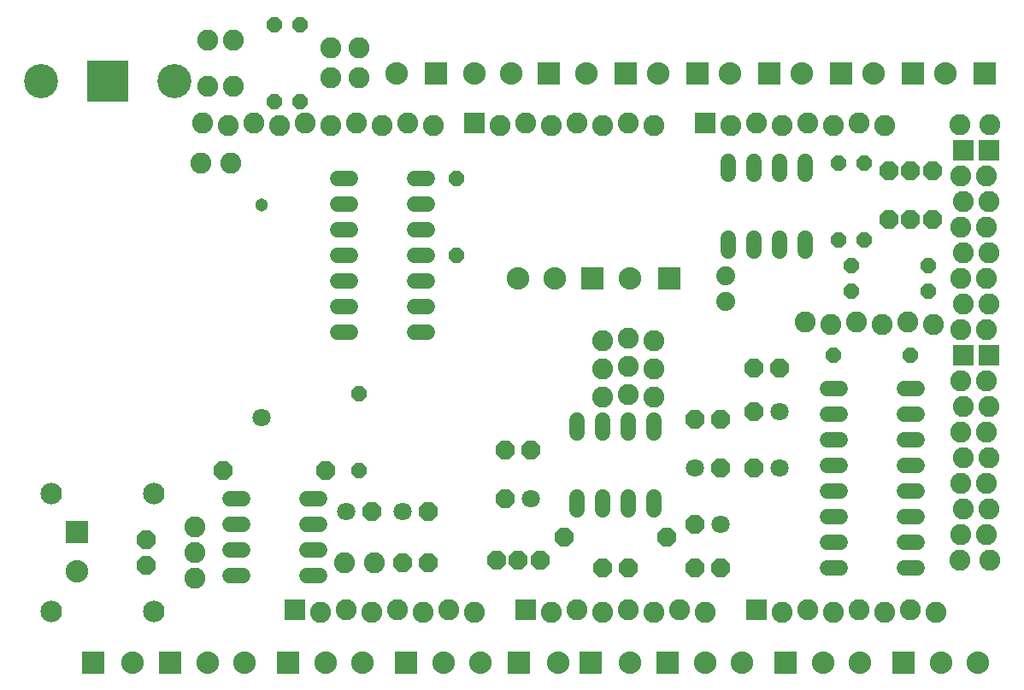
<source format=gbs>
G75*
G70*
%OFA0B0*%
%FSLAX24Y24*%
%IPPOS*%
%LPD*%
%AMOC8*
5,1,8,0,0,1.08239X$1,22.5*
%
%ADD10C,0.0820*%
%ADD11R,0.0820X0.0820*%
%ADD12C,0.0513*%
%ADD13C,0.0710*%
%ADD14C,0.0600*%
%ADD15OC8,0.0600*%
%ADD16C,0.0740*%
%ADD17R,0.1640X0.1640*%
%ADD18C,0.1330*%
%ADD19R,0.0880X0.0880*%
%ADD20C,0.0880*%
%ADD21OC8,0.0740*%
%ADD22OC8,0.0710*%
%ADD23C,0.0710*%
%ADD24C,0.0840*%
D10*
X007260Y005950D03*
X007260Y006950D03*
X007260Y007950D03*
X012160Y004600D03*
X013160Y004700D03*
X014160Y004600D03*
X015160Y004700D03*
X016160Y004600D03*
X017160Y004700D03*
X018160Y004600D03*
X021160Y004600D03*
X022160Y004700D03*
X023160Y004600D03*
X024160Y004700D03*
X025160Y004600D03*
X026160Y004700D03*
X027160Y004600D03*
X030160Y004600D03*
X031160Y004700D03*
X032160Y004600D03*
X033160Y004700D03*
X034160Y004600D03*
X035160Y004700D03*
X036160Y004600D03*
X037090Y006650D03*
X038230Y006650D03*
X038110Y007650D03*
X037110Y007650D03*
X037210Y008650D03*
X038210Y008650D03*
X038110Y009650D03*
X037110Y009650D03*
X037210Y010650D03*
X038210Y010650D03*
X038110Y011650D03*
X037110Y011650D03*
X037210Y012650D03*
X038210Y012650D03*
X038110Y013650D03*
X037110Y013650D03*
X037110Y015650D03*
X038110Y015650D03*
X038210Y016650D03*
X037210Y016650D03*
X036060Y015850D03*
X035060Y015950D03*
X034060Y015850D03*
X033060Y015950D03*
X032060Y015850D03*
X031060Y015950D03*
X025160Y015200D03*
X024160Y015300D03*
X023160Y015200D03*
X023160Y014100D03*
X024160Y014200D03*
X025160Y014100D03*
X024160Y013100D03*
X023160Y013000D03*
X025160Y013000D03*
X014230Y006550D03*
X013090Y006550D03*
X008630Y022150D03*
X007490Y022150D03*
X008560Y023600D03*
X007560Y023700D03*
X007760Y025150D03*
X008760Y025150D03*
X009560Y023700D03*
X010560Y023600D03*
X011560Y023700D03*
X012560Y023600D03*
X013560Y023700D03*
X014560Y023600D03*
X015560Y023700D03*
X016560Y023600D03*
X019160Y023600D03*
X020160Y023700D03*
X021160Y023600D03*
X022160Y023700D03*
X023160Y023600D03*
X024160Y023700D03*
X025160Y023600D03*
X028160Y023600D03*
X029160Y023700D03*
X030160Y023600D03*
X031160Y023700D03*
X032160Y023600D03*
X033160Y023700D03*
X034160Y023600D03*
X037090Y023650D03*
X038230Y023650D03*
X038110Y021650D03*
X037110Y021650D03*
X037210Y020650D03*
X038210Y020650D03*
X038110Y019650D03*
X037110Y019650D03*
X037210Y018650D03*
X038210Y018650D03*
X038110Y017650D03*
X037110Y017650D03*
X013660Y025480D03*
X012560Y025480D03*
X012560Y026620D03*
X013660Y026620D03*
X008760Y026950D03*
X007760Y026950D03*
D11*
X018160Y023700D03*
X027160Y023700D03*
X037210Y022650D03*
X038210Y022650D03*
X038210Y014650D03*
X037210Y014650D03*
X029160Y004700D03*
X020160Y004700D03*
X011160Y004700D03*
D12*
X009833Y020517D03*
D13*
X009833Y012210D03*
D14*
X009120Y009050D02*
X008600Y009050D01*
X008600Y008050D02*
X009120Y008050D01*
X009120Y007050D02*
X008600Y007050D01*
X008600Y006050D02*
X009120Y006050D01*
X011600Y006050D02*
X012120Y006050D01*
X012120Y007050D02*
X011600Y007050D01*
X011600Y008050D02*
X012120Y008050D01*
X012120Y009050D02*
X011600Y009050D01*
X012800Y015550D02*
X013320Y015550D01*
X013320Y016550D02*
X012800Y016550D01*
X012800Y017550D02*
X013320Y017550D01*
X013320Y018550D02*
X012800Y018550D01*
X012800Y019550D02*
X013320Y019550D01*
X013320Y020550D02*
X012800Y020550D01*
X012800Y021550D02*
X013320Y021550D01*
X015800Y021550D02*
X016320Y021550D01*
X016320Y020550D02*
X015800Y020550D01*
X015800Y019550D02*
X016320Y019550D01*
X016320Y018550D02*
X015800Y018550D01*
X015800Y017550D02*
X016320Y017550D01*
X016320Y016550D02*
X015800Y016550D01*
X015800Y015550D02*
X016320Y015550D01*
X022160Y012110D02*
X022160Y011590D01*
X023160Y011590D02*
X023160Y012110D01*
X024160Y012110D02*
X024160Y011590D01*
X025160Y011590D02*
X025160Y012110D01*
X025160Y009110D02*
X025160Y008590D01*
X024160Y008590D02*
X024160Y009110D01*
X023160Y009110D02*
X023160Y008590D01*
X022160Y008590D02*
X022160Y009110D01*
X031900Y009350D02*
X032420Y009350D01*
X032420Y008350D02*
X031900Y008350D01*
X031900Y007350D02*
X032420Y007350D01*
X032420Y006350D02*
X031900Y006350D01*
X034900Y006350D02*
X035420Y006350D01*
X035420Y007350D02*
X034900Y007350D01*
X034900Y008350D02*
X035420Y008350D01*
X035420Y009350D02*
X034900Y009350D01*
X034900Y010350D02*
X035420Y010350D01*
X035420Y011350D02*
X034900Y011350D01*
X034900Y012350D02*
X035420Y012350D01*
X035420Y013350D02*
X034900Y013350D01*
X032420Y013350D02*
X031900Y013350D01*
X031900Y012350D02*
X032420Y012350D01*
X032420Y011350D02*
X031900Y011350D01*
X031900Y010350D02*
X032420Y010350D01*
X031060Y018690D02*
X031060Y019210D01*
X030060Y019210D02*
X030060Y018690D01*
X029060Y018690D02*
X029060Y019210D01*
X028060Y019210D02*
X028060Y018690D01*
X028060Y021690D02*
X028060Y022210D01*
X029060Y022210D02*
X029060Y021690D01*
X030060Y021690D02*
X030060Y022210D01*
X031060Y022210D02*
X031060Y021690D01*
D15*
X032360Y022150D03*
X033360Y022150D03*
X033360Y019150D03*
X032360Y019150D03*
X032860Y018150D03*
X032860Y017150D03*
X032160Y014650D03*
X035160Y014650D03*
X035860Y017150D03*
X035860Y018150D03*
X017460Y018550D03*
X017460Y021550D03*
X011360Y024550D03*
X010360Y024550D03*
X010360Y027550D03*
X011360Y027550D03*
X013660Y013150D03*
X013660Y010150D03*
D16*
X027960Y016750D03*
X027960Y017750D03*
D17*
X003860Y025350D03*
D18*
X001260Y025350D03*
X006460Y025350D03*
D19*
X003290Y002650D03*
X006290Y002650D03*
X010890Y002650D03*
X015490Y002650D03*
X019890Y002650D03*
X022690Y002650D03*
X025690Y002650D03*
X030290Y002650D03*
X034890Y002650D03*
X025730Y017650D03*
X022730Y017650D03*
X024030Y025650D03*
X026830Y025650D03*
X029630Y025650D03*
X032430Y025650D03*
X035230Y025650D03*
X038030Y025650D03*
X021030Y025650D03*
X016630Y025650D03*
X002660Y007720D03*
D20*
X002660Y006202D03*
X004808Y002650D03*
X007738Y002650D03*
X009186Y002650D03*
X012338Y002650D03*
X013786Y002650D03*
X016938Y002650D03*
X018386Y002650D03*
X021408Y002650D03*
X024208Y002650D03*
X027138Y002650D03*
X028586Y002650D03*
X031738Y002650D03*
X033186Y002650D03*
X036338Y002650D03*
X037786Y002650D03*
X024212Y017650D03*
X021282Y017650D03*
X019834Y017650D03*
X019582Y025650D03*
X018134Y025650D03*
X015112Y025650D03*
X022512Y025650D03*
X025312Y025650D03*
X028112Y025650D03*
X030912Y025650D03*
X033712Y025650D03*
X036512Y025650D03*
D21*
X036010Y021850D03*
X035160Y021850D03*
X034310Y021850D03*
X034310Y019950D03*
X035160Y019950D03*
X036010Y019950D03*
X030060Y014150D03*
X029060Y014150D03*
X027760Y012150D03*
X026760Y012150D03*
X025660Y007550D03*
X026760Y006350D03*
X027760Y006350D03*
X024160Y006350D03*
X023160Y006350D03*
X021660Y007550D03*
X020710Y006650D03*
X019860Y006650D03*
X019010Y006650D03*
X016360Y006550D03*
X015360Y006550D03*
X012360Y010150D03*
X008360Y010150D03*
X005360Y007450D03*
X005360Y006450D03*
X019360Y010950D03*
X020360Y010950D03*
D22*
X019360Y009050D03*
X016360Y008550D03*
X014160Y008550D03*
X026760Y008050D03*
X027760Y010250D03*
X029060Y010250D03*
X029060Y012450D03*
D23*
X030060Y012450D03*
X030060Y010250D03*
X027760Y008050D03*
X026760Y010250D03*
X020360Y009050D03*
X015360Y008550D03*
X013160Y008550D03*
D24*
X005660Y009250D03*
X001660Y009250D03*
X001660Y004650D03*
X005660Y004650D03*
M02*

</source>
